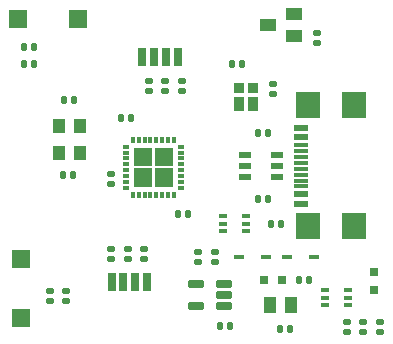
<source format=gtp>
G04*
G04 #@! TF.GenerationSoftware,Altium Limited,Altium Designer,22.11.1 (43)*
G04*
G04 Layer_Color=8421504*
%FSLAX44Y44*%
%MOMM*%
G71*
G04*
G04 #@! TF.SameCoordinates,A50B7F4E-0ABD-407A-AE68-1F03F6E7AD64*
G04*
G04*
G04 #@! TF.FilePolarity,Positive*
G04*
G01*
G75*
G04:AMPARAMS|DCode=20|XSize=0.6mm|YSize=0.54mm|CornerRadius=0.1431mm|HoleSize=0mm|Usage=FLASHONLY|Rotation=180.000|XOffset=0mm|YOffset=0mm|HoleType=Round|Shape=RoundedRectangle|*
%AMROUNDEDRECTD20*
21,1,0.6000,0.2538,0,0,180.0*
21,1,0.3138,0.5400,0,0,180.0*
1,1,0.2862,-0.1569,0.1269*
1,1,0.2862,0.1569,0.1269*
1,1,0.2862,0.1569,-0.1269*
1,1,0.2862,-0.1569,-0.1269*
%
%ADD20ROUNDEDRECTD20*%
%ADD21R,0.6604X1.5494*%
%ADD22R,0.8128X0.4064*%
%ADD23R,1.1000X1.3000*%
G04:AMPARAMS|DCode=24|XSize=0.6mm|YSize=0.54mm|CornerRadius=0.1431mm|HoleSize=0mm|Usage=FLASHONLY|Rotation=90.000|XOffset=0mm|YOffset=0mm|HoleType=Round|Shape=RoundedRectangle|*
%AMROUNDEDRECTD24*
21,1,0.6000,0.2538,0,0,90.0*
21,1,0.3138,0.5400,0,0,90.0*
1,1,0.2862,0.1269,0.1569*
1,1,0.2862,0.1269,-0.1569*
1,1,0.2862,-0.1269,-0.1569*
1,1,0.2862,-0.1269,0.1569*
%
%ADD24ROUNDEDRECTD24*%
%ADD25R,1.5240X1.5240*%
%ADD26R,0.6500X0.3000*%
%ADD27R,2.0000X2.1800*%
%ADD28R,1.1500X0.3000*%
%ADD29R,1.1500X0.6000*%
%ADD30R,0.8000X0.8000*%
%ADD31R,0.8000X0.8000*%
%ADD32R,1.1000X1.4300*%
%ADD33R,1.5240X1.5240*%
G04:AMPARAMS|DCode=34|XSize=0.6mm|YSize=1.35mm|CornerRadius=0.045mm|HoleSize=0mm|Usage=FLASHONLY|Rotation=90.000|XOffset=0mm|YOffset=0mm|HoleType=Round|Shape=RoundedRectangle|*
%AMROUNDEDRECTD34*
21,1,0.6000,1.2600,0,0,90.0*
21,1,0.5100,1.3500,0,0,90.0*
1,1,0.0900,0.6300,0.2550*
1,1,0.0900,0.6300,-0.2550*
1,1,0.0900,-0.6300,-0.2550*
1,1,0.0900,-0.6300,0.2550*
%
%ADD34ROUNDEDRECTD34*%
%ADD35R,0.9700X0.9500*%
%ADD36R,0.9700X1.1500*%
%ADD37R,0.8500X1.1500*%
%ADD38R,0.8500X0.9500*%
%ADD39R,1.4000X1.0000*%
%ADD40R,0.6000X0.3000*%
%ADD41R,0.3000X0.6000*%
%ADD42R,0.9779X0.5588*%
G36*
X132350Y147590D02*
X117078D01*
Y132318D01*
X132350D01*
Y147590D01*
D02*
G37*
G36*
Y164862D02*
X117078D01*
Y149590D01*
X132350D01*
Y164862D01*
D02*
G37*
G36*
X149622Y147590D02*
X134350D01*
Y132318D01*
X149622D01*
Y147590D01*
D02*
G37*
G36*
Y164862D02*
X134350D01*
Y149590D01*
X149622D01*
Y164862D01*
D02*
G37*
D20*
X97790Y142730D02*
D03*
Y134130D02*
D03*
X297180Y9180D02*
D03*
Y17780D02*
D03*
X234950Y210330D02*
D03*
Y218930D02*
D03*
X129540Y212870D02*
D03*
Y221470D02*
D03*
X125730Y79230D02*
D03*
Y70630D02*
D03*
X271780Y262110D02*
D03*
Y253510D02*
D03*
X311150Y9180D02*
D03*
Y17780D02*
D03*
X45720Y35070D02*
D03*
Y43670D02*
D03*
X59690D02*
D03*
Y35070D02*
D03*
X325120Y9180D02*
D03*
Y17780D02*
D03*
X171450Y68090D02*
D03*
Y76690D02*
D03*
X185420D02*
D03*
Y68090D02*
D03*
X97790Y79230D02*
D03*
Y70630D02*
D03*
X143510Y212870D02*
D03*
Y221470D02*
D03*
X157480Y212870D02*
D03*
Y221470D02*
D03*
X111760Y79230D02*
D03*
Y70630D02*
D03*
D21*
X128030Y51465D02*
D03*
X118030D02*
D03*
X108030D02*
D03*
X98030D02*
D03*
X154075Y241905D02*
D03*
X144075D02*
D03*
X134075D02*
D03*
X124075D02*
D03*
D22*
X228854Y72390D02*
D03*
X205486D02*
D03*
X246126D02*
D03*
X269494D02*
D03*
D23*
X53230Y183547D02*
D03*
Y160548D02*
D03*
X71230D02*
D03*
Y183547D02*
D03*
D24*
X249410Y11430D02*
D03*
X240810D02*
D03*
X154450Y109220D02*
D03*
X163050D02*
D03*
X114790Y190500D02*
D03*
X106190D02*
D03*
X190010Y13970D02*
D03*
X198610D02*
D03*
X32240Y250190D02*
D03*
X23640D02*
D03*
X208770Y236220D02*
D03*
X200170D02*
D03*
X241790Y100330D02*
D03*
X233190D02*
D03*
X32240Y236220D02*
D03*
X23640D02*
D03*
X265047Y53340D02*
D03*
X256448D02*
D03*
X230360Y121920D02*
D03*
X221760D02*
D03*
Y177800D02*
D03*
X230360D02*
D03*
X57930Y205740D02*
D03*
X66530D02*
D03*
X65260Y142240D02*
D03*
X56660D02*
D03*
D25*
X19050Y274320D02*
D03*
X69596D02*
D03*
D26*
X192180Y94477D02*
D03*
Y100977D02*
D03*
Y107478D02*
D03*
X211680D02*
D03*
Y100977D02*
D03*
Y94477D02*
D03*
X298040Y31600D02*
D03*
Y38100D02*
D03*
Y44600D02*
D03*
X278540D02*
D03*
Y38100D02*
D03*
Y31600D02*
D03*
D27*
X303540Y200960D02*
D03*
Y98760D02*
D03*
X264240Y200960D02*
D03*
Y98760D02*
D03*
D28*
X258490Y152360D02*
D03*
Y147360D02*
D03*
Y157360D02*
D03*
Y142360D02*
D03*
Y162360D02*
D03*
Y137360D02*
D03*
Y167360D02*
D03*
Y132360D02*
D03*
D29*
Y181860D02*
D03*
Y173860D02*
D03*
Y125860D02*
D03*
Y117860D02*
D03*
D30*
X227205Y53572D02*
D03*
X242205D02*
D03*
D31*
X320040Y59570D02*
D03*
Y44570D02*
D03*
D32*
X250180Y31750D02*
D03*
X232420D02*
D03*
D33*
X21590Y71120D02*
D03*
Y20574D02*
D03*
D34*
X169760Y31140D02*
D03*
Y50140D02*
D03*
X193460D02*
D03*
Y40640D02*
D03*
Y31140D02*
D03*
D35*
X205448Y215530D02*
D03*
D36*
Y202030D02*
D03*
D37*
X217448D02*
D03*
D38*
Y215530D02*
D03*
D39*
X230312Y269240D02*
D03*
X252311Y278740D02*
D03*
Y259740D02*
D03*
D40*
X109850Y166090D02*
D03*
Y161090D02*
D03*
Y156090D02*
D03*
Y151090D02*
D03*
Y146090D02*
D03*
Y141090D02*
D03*
Y136090D02*
D03*
Y131090D02*
D03*
X156850D02*
D03*
Y136090D02*
D03*
Y141090D02*
D03*
Y146090D02*
D03*
Y151090D02*
D03*
Y156090D02*
D03*
Y161090D02*
D03*
Y166090D02*
D03*
D41*
X115850Y125090D02*
D03*
X120850D02*
D03*
X125850D02*
D03*
X130850D02*
D03*
X135850D02*
D03*
X140850D02*
D03*
X145850D02*
D03*
X150850D02*
D03*
Y172090D02*
D03*
X145850D02*
D03*
X140850D02*
D03*
X135850D02*
D03*
X130850D02*
D03*
X125850D02*
D03*
X120850D02*
D03*
X115850D02*
D03*
D42*
X238337Y139959D02*
D03*
Y149459D02*
D03*
Y158959D02*
D03*
X211032D02*
D03*
Y149459D02*
D03*
Y139959D02*
D03*
M02*

</source>
